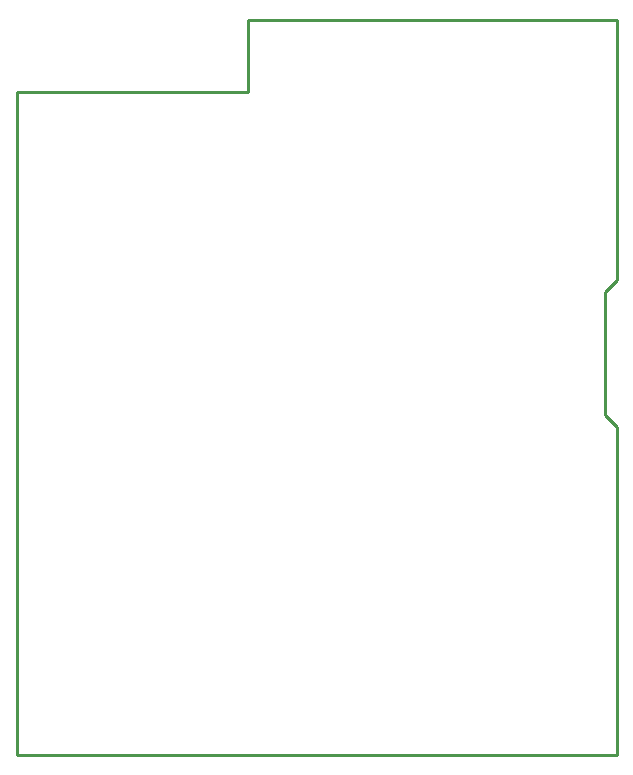
<source format=gbr>
G04 #@! TF.GenerationSoftware,KiCad,Pcbnew,5.1.0-rc2-unknown-036be7d~80~ubuntu16.04.1*
G04 #@! TF.CreationDate,2019-12-17T11:36:01+02:00*
G04 #@! TF.ProjectId,ESP32-GATEWAY_Rev_G,45535033-322d-4474-9154-455741595f52,G*
G04 #@! TF.SameCoordinates,Original*
G04 #@! TF.FileFunction,Profile,NP*
%FSLAX46Y46*%
G04 Gerber Fmt 4.6, Leading zero omitted, Abs format (unit mm)*
G04 Created by KiCad (PCBNEW 5.1.0-rc2-unknown-036be7d~80~ubuntu16.04.1) date 2019-12-17 11:36:01*
%MOMM*%
%LPD*%
G04 APERTURE LIST*
%ADD10C,0.254000*%
G04 APERTURE END LIST*
D10*
X120396000Y-101473000D02*
X120396000Y-129286000D01*
X119380000Y-100457000D02*
X120396000Y-101473000D01*
X119380000Y-90043000D02*
X119380000Y-100457000D01*
X120396000Y-89027000D02*
X119380000Y-90043000D01*
X120396000Y-67056000D02*
X120396000Y-89027000D01*
X120396000Y-67056000D02*
X89154000Y-67056000D01*
X69596000Y-129286000D02*
X120396000Y-129286000D01*
X69596000Y-73152000D02*
X69596000Y-129286000D01*
X89154000Y-73152000D02*
X89154000Y-67056000D01*
X69596000Y-73152000D02*
X89154000Y-73152000D01*
M02*

</source>
